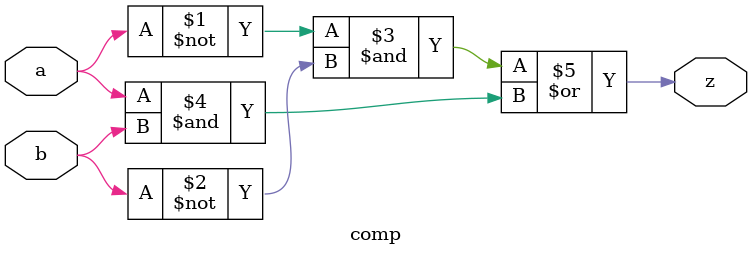
<source format=v>
module  comp
(
    input a,
    input b,
    output z
    
);

assign z = (~a & ~b) | (a & b); // z = a ^ b

endmodule
</source>
